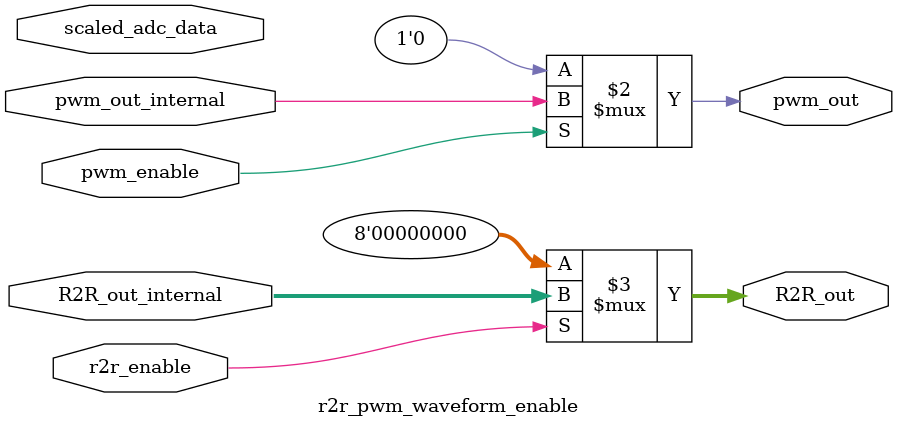
<source format=sv>
`timescale 1ns / 1ps


module r2r_pwm_waveform_enable(
    input  logic pwm_out_internal,
    input  logic [7:0] R2R_out_internal,
    input  logic [15:0] scaled_adc_data,
    input  logic r2r_enable,
    //input  logic [15:0] led,
    input  logic pwm_enable,
    //input  logic [7:0] R2R_out,
    //output logic [15:0] led,
    output logic pwm_out, //buzzer_out,
    output logic [7:0] R2R_out

    );
    //logic [15:0] led;
  
    
    //assign led = pwm_out_internal ? scaled_adc_data : '0;
    
    always_comb begin
        pwm_out = pwm_enable ? pwm_out_internal : '0;
        R2R_out = r2r_enable ? R2R_out_internal : '0;
    end
endmodule

</source>
